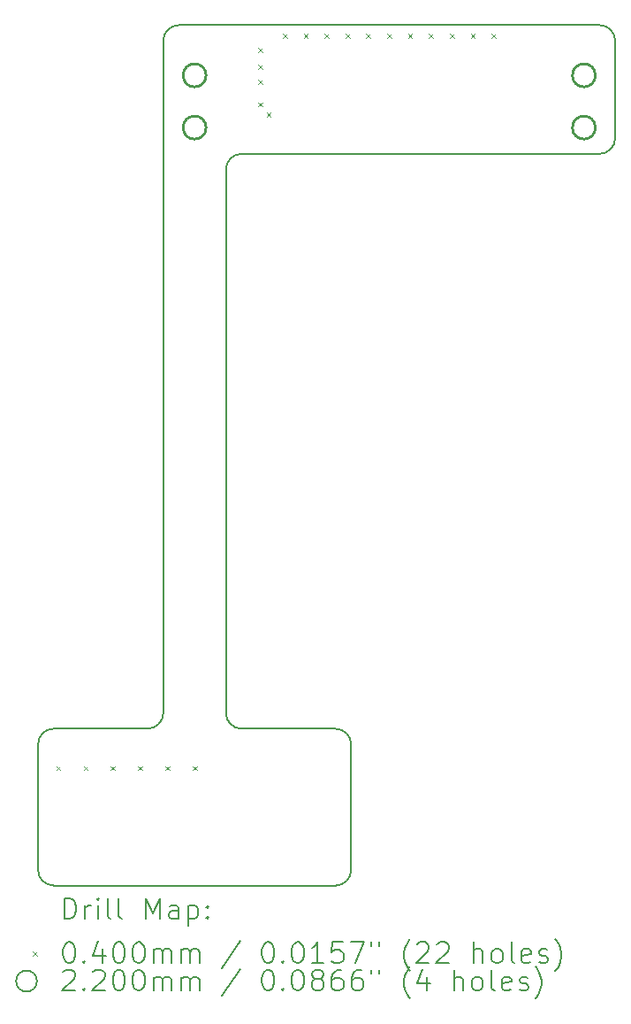
<source format=gbr>
%TF.GenerationSoftware,KiCad,Pcbnew,7.0.7*%
%TF.CreationDate,2024-12-02T13:55:25+01:00*%
%TF.ProjectId,Finger_FSR_V1_height,46696e67-6572-45f4-9653-525f56315f68,rev?*%
%TF.SameCoordinates,Original*%
%TF.FileFunction,Drillmap*%
%TF.FilePolarity,Positive*%
%FSLAX45Y45*%
G04 Gerber Fmt 4.5, Leading zero omitted, Abs format (unit mm)*
G04 Created by KiCad (PCBNEW 7.0.7) date 2024-12-02 13:55:25*
%MOMM*%
%LPD*%
G01*
G04 APERTURE LIST*
%ADD10C,0.200000*%
%ADD11C,0.040000*%
%ADD12C,0.220000*%
G04 APERTURE END LIST*
D10*
X13115000Y-13765000D02*
G75*
G03*
X12965000Y-13615000I-150000J0D01*
G01*
X12065000Y-8115000D02*
G75*
G03*
X11915000Y-8265000I0J-150000D01*
G01*
X10265000Y-13615000D02*
G75*
G03*
X10115000Y-13765000I0J-150000D01*
G01*
X10115000Y-14965000D02*
G75*
G03*
X10265000Y-15115000I150000J0D01*
G01*
X10265000Y-15115000D02*
X12965000Y-15115000D01*
X13115000Y-14965000D02*
X13115000Y-13765000D01*
X11165000Y-13615000D02*
G75*
G03*
X11315000Y-13465000I0J150000D01*
G01*
X15645000Y-7035000D02*
G75*
G03*
X15495000Y-6885000I-150000J0D01*
G01*
X11165000Y-13615000D02*
X10265000Y-13615000D01*
X11315000Y-7035000D02*
X11315000Y-13465000D01*
X10115000Y-13765000D02*
X10115000Y-14965000D01*
X11465000Y-6885000D02*
G75*
G03*
X11315000Y-7035000I0J-150000D01*
G01*
X15645000Y-7965000D02*
X15645000Y-7035000D01*
X15495000Y-8115000D02*
G75*
G03*
X15645000Y-7965000I0J150000D01*
G01*
X12065000Y-8115000D02*
X15495000Y-8115000D01*
X12965000Y-13615000D02*
X12065000Y-13615000D01*
X11915000Y-13465000D02*
X11915000Y-8265000D01*
X15495000Y-6885000D02*
X11465000Y-6885000D01*
X12965000Y-15115000D02*
G75*
G03*
X13115000Y-14965000I0J150000D01*
G01*
X11915000Y-13465000D02*
G75*
G03*
X12065000Y-13615000I150000J0D01*
G01*
D11*
X10290833Y-13974000D02*
X10330833Y-14014000D01*
X10330833Y-13974000D02*
X10290833Y-14014000D01*
X10551667Y-13974000D02*
X10591667Y-14014000D01*
X10591667Y-13974000D02*
X10551667Y-14014000D01*
X10812500Y-13974000D02*
X10852500Y-14014000D01*
X10852500Y-13974000D02*
X10812500Y-14014000D01*
X11073333Y-13974000D02*
X11113333Y-14014000D01*
X11113333Y-13974000D02*
X11073333Y-14014000D01*
X11334166Y-13974000D02*
X11374166Y-14014000D01*
X11374166Y-13974000D02*
X11334166Y-14014000D01*
X11595000Y-13974000D02*
X11635000Y-14014000D01*
X11635000Y-13974000D02*
X11595000Y-14014000D01*
X12223000Y-7103500D02*
X12263000Y-7143500D01*
X12263000Y-7103500D02*
X12223000Y-7143500D01*
X12223000Y-7262000D02*
X12263000Y-7302000D01*
X12263000Y-7262000D02*
X12223000Y-7302000D01*
X12223000Y-7409000D02*
X12263000Y-7449000D01*
X12263000Y-7409000D02*
X12223000Y-7449000D01*
X12223000Y-7624000D02*
X12263000Y-7664000D01*
X12263000Y-7624000D02*
X12223000Y-7664000D01*
X12305000Y-7720000D02*
X12345000Y-7760000D01*
X12345000Y-7720000D02*
X12305000Y-7760000D01*
X12460000Y-6970000D02*
X12500000Y-7010000D01*
X12500000Y-6970000D02*
X12460000Y-7010000D01*
X12660000Y-6970000D02*
X12700000Y-7010000D01*
X12700000Y-6970000D02*
X12660000Y-7010000D01*
X12860000Y-6970000D02*
X12900000Y-7010000D01*
X12900000Y-6970000D02*
X12860000Y-7010000D01*
X13060000Y-6970000D02*
X13100000Y-7010000D01*
X13100000Y-6970000D02*
X13060000Y-7010000D01*
X13260000Y-6970000D02*
X13300000Y-7010000D01*
X13300000Y-6970000D02*
X13260000Y-7010000D01*
X13460000Y-6970000D02*
X13500000Y-7010000D01*
X13500000Y-6970000D02*
X13460000Y-7010000D01*
X13660000Y-6970000D02*
X13700000Y-7010000D01*
X13700000Y-6970000D02*
X13660000Y-7010000D01*
X13860000Y-6970000D02*
X13900000Y-7010000D01*
X13900000Y-6970000D02*
X13860000Y-7010000D01*
X14060000Y-6970000D02*
X14100000Y-7010000D01*
X14100000Y-6970000D02*
X14060000Y-7010000D01*
X14260000Y-6970000D02*
X14300000Y-7010000D01*
X14300000Y-6970000D02*
X14260000Y-7010000D01*
X14460000Y-6970000D02*
X14500000Y-7010000D01*
X14500000Y-6970000D02*
X14460000Y-7010000D01*
D12*
X11725000Y-7365000D02*
G75*
G03*
X11725000Y-7365000I-110000J0D01*
G01*
X11725000Y-7865000D02*
G75*
G03*
X11725000Y-7865000I-110000J0D01*
G01*
X15455000Y-7365000D02*
G75*
G03*
X15455000Y-7365000I-110000J0D01*
G01*
X15455000Y-7865000D02*
G75*
G03*
X15455000Y-7865000I-110000J0D01*
G01*
D10*
X10365777Y-15436484D02*
X10365777Y-15236484D01*
X10365777Y-15236484D02*
X10413396Y-15236484D01*
X10413396Y-15236484D02*
X10441967Y-15246008D01*
X10441967Y-15246008D02*
X10461015Y-15265055D01*
X10461015Y-15265055D02*
X10470539Y-15284103D01*
X10470539Y-15284103D02*
X10480063Y-15322198D01*
X10480063Y-15322198D02*
X10480063Y-15350769D01*
X10480063Y-15350769D02*
X10470539Y-15388865D01*
X10470539Y-15388865D02*
X10461015Y-15407912D01*
X10461015Y-15407912D02*
X10441967Y-15426960D01*
X10441967Y-15426960D02*
X10413396Y-15436484D01*
X10413396Y-15436484D02*
X10365777Y-15436484D01*
X10565777Y-15436484D02*
X10565777Y-15303150D01*
X10565777Y-15341246D02*
X10575301Y-15322198D01*
X10575301Y-15322198D02*
X10584824Y-15312674D01*
X10584824Y-15312674D02*
X10603872Y-15303150D01*
X10603872Y-15303150D02*
X10622920Y-15303150D01*
X10689586Y-15436484D02*
X10689586Y-15303150D01*
X10689586Y-15236484D02*
X10680063Y-15246008D01*
X10680063Y-15246008D02*
X10689586Y-15255531D01*
X10689586Y-15255531D02*
X10699110Y-15246008D01*
X10699110Y-15246008D02*
X10689586Y-15236484D01*
X10689586Y-15236484D02*
X10689586Y-15255531D01*
X10813396Y-15436484D02*
X10794348Y-15426960D01*
X10794348Y-15426960D02*
X10784824Y-15407912D01*
X10784824Y-15407912D02*
X10784824Y-15236484D01*
X10918158Y-15436484D02*
X10899110Y-15426960D01*
X10899110Y-15426960D02*
X10889586Y-15407912D01*
X10889586Y-15407912D02*
X10889586Y-15236484D01*
X11146729Y-15436484D02*
X11146729Y-15236484D01*
X11146729Y-15236484D02*
X11213396Y-15379341D01*
X11213396Y-15379341D02*
X11280062Y-15236484D01*
X11280062Y-15236484D02*
X11280062Y-15436484D01*
X11461015Y-15436484D02*
X11461015Y-15331722D01*
X11461015Y-15331722D02*
X11451491Y-15312674D01*
X11451491Y-15312674D02*
X11432443Y-15303150D01*
X11432443Y-15303150D02*
X11394348Y-15303150D01*
X11394348Y-15303150D02*
X11375301Y-15312674D01*
X11461015Y-15426960D02*
X11441967Y-15436484D01*
X11441967Y-15436484D02*
X11394348Y-15436484D01*
X11394348Y-15436484D02*
X11375301Y-15426960D01*
X11375301Y-15426960D02*
X11365777Y-15407912D01*
X11365777Y-15407912D02*
X11365777Y-15388865D01*
X11365777Y-15388865D02*
X11375301Y-15369817D01*
X11375301Y-15369817D02*
X11394348Y-15360293D01*
X11394348Y-15360293D02*
X11441967Y-15360293D01*
X11441967Y-15360293D02*
X11461015Y-15350769D01*
X11556253Y-15303150D02*
X11556253Y-15503150D01*
X11556253Y-15312674D02*
X11575301Y-15303150D01*
X11575301Y-15303150D02*
X11613396Y-15303150D01*
X11613396Y-15303150D02*
X11632443Y-15312674D01*
X11632443Y-15312674D02*
X11641967Y-15322198D01*
X11641967Y-15322198D02*
X11651491Y-15341246D01*
X11651491Y-15341246D02*
X11651491Y-15398388D01*
X11651491Y-15398388D02*
X11641967Y-15417436D01*
X11641967Y-15417436D02*
X11632443Y-15426960D01*
X11632443Y-15426960D02*
X11613396Y-15436484D01*
X11613396Y-15436484D02*
X11575301Y-15436484D01*
X11575301Y-15436484D02*
X11556253Y-15426960D01*
X11737205Y-15417436D02*
X11746729Y-15426960D01*
X11746729Y-15426960D02*
X11737205Y-15436484D01*
X11737205Y-15436484D02*
X11727682Y-15426960D01*
X11727682Y-15426960D02*
X11737205Y-15417436D01*
X11737205Y-15417436D02*
X11737205Y-15436484D01*
X11737205Y-15312674D02*
X11746729Y-15322198D01*
X11746729Y-15322198D02*
X11737205Y-15331722D01*
X11737205Y-15331722D02*
X11727682Y-15322198D01*
X11727682Y-15322198D02*
X11737205Y-15312674D01*
X11737205Y-15312674D02*
X11737205Y-15331722D01*
D11*
X10065000Y-15745000D02*
X10105000Y-15785000D01*
X10105000Y-15745000D02*
X10065000Y-15785000D01*
D10*
X10403872Y-15656484D02*
X10422920Y-15656484D01*
X10422920Y-15656484D02*
X10441967Y-15666008D01*
X10441967Y-15666008D02*
X10451491Y-15675531D01*
X10451491Y-15675531D02*
X10461015Y-15694579D01*
X10461015Y-15694579D02*
X10470539Y-15732674D01*
X10470539Y-15732674D02*
X10470539Y-15780293D01*
X10470539Y-15780293D02*
X10461015Y-15818388D01*
X10461015Y-15818388D02*
X10451491Y-15837436D01*
X10451491Y-15837436D02*
X10441967Y-15846960D01*
X10441967Y-15846960D02*
X10422920Y-15856484D01*
X10422920Y-15856484D02*
X10403872Y-15856484D01*
X10403872Y-15856484D02*
X10384824Y-15846960D01*
X10384824Y-15846960D02*
X10375301Y-15837436D01*
X10375301Y-15837436D02*
X10365777Y-15818388D01*
X10365777Y-15818388D02*
X10356253Y-15780293D01*
X10356253Y-15780293D02*
X10356253Y-15732674D01*
X10356253Y-15732674D02*
X10365777Y-15694579D01*
X10365777Y-15694579D02*
X10375301Y-15675531D01*
X10375301Y-15675531D02*
X10384824Y-15666008D01*
X10384824Y-15666008D02*
X10403872Y-15656484D01*
X10556253Y-15837436D02*
X10565777Y-15846960D01*
X10565777Y-15846960D02*
X10556253Y-15856484D01*
X10556253Y-15856484D02*
X10546729Y-15846960D01*
X10546729Y-15846960D02*
X10556253Y-15837436D01*
X10556253Y-15837436D02*
X10556253Y-15856484D01*
X10737205Y-15723150D02*
X10737205Y-15856484D01*
X10689586Y-15646960D02*
X10641967Y-15789817D01*
X10641967Y-15789817D02*
X10765777Y-15789817D01*
X10880063Y-15656484D02*
X10899110Y-15656484D01*
X10899110Y-15656484D02*
X10918158Y-15666008D01*
X10918158Y-15666008D02*
X10927682Y-15675531D01*
X10927682Y-15675531D02*
X10937205Y-15694579D01*
X10937205Y-15694579D02*
X10946729Y-15732674D01*
X10946729Y-15732674D02*
X10946729Y-15780293D01*
X10946729Y-15780293D02*
X10937205Y-15818388D01*
X10937205Y-15818388D02*
X10927682Y-15837436D01*
X10927682Y-15837436D02*
X10918158Y-15846960D01*
X10918158Y-15846960D02*
X10899110Y-15856484D01*
X10899110Y-15856484D02*
X10880063Y-15856484D01*
X10880063Y-15856484D02*
X10861015Y-15846960D01*
X10861015Y-15846960D02*
X10851491Y-15837436D01*
X10851491Y-15837436D02*
X10841967Y-15818388D01*
X10841967Y-15818388D02*
X10832444Y-15780293D01*
X10832444Y-15780293D02*
X10832444Y-15732674D01*
X10832444Y-15732674D02*
X10841967Y-15694579D01*
X10841967Y-15694579D02*
X10851491Y-15675531D01*
X10851491Y-15675531D02*
X10861015Y-15666008D01*
X10861015Y-15666008D02*
X10880063Y-15656484D01*
X11070539Y-15656484D02*
X11089586Y-15656484D01*
X11089586Y-15656484D02*
X11108634Y-15666008D01*
X11108634Y-15666008D02*
X11118158Y-15675531D01*
X11118158Y-15675531D02*
X11127682Y-15694579D01*
X11127682Y-15694579D02*
X11137205Y-15732674D01*
X11137205Y-15732674D02*
X11137205Y-15780293D01*
X11137205Y-15780293D02*
X11127682Y-15818388D01*
X11127682Y-15818388D02*
X11118158Y-15837436D01*
X11118158Y-15837436D02*
X11108634Y-15846960D01*
X11108634Y-15846960D02*
X11089586Y-15856484D01*
X11089586Y-15856484D02*
X11070539Y-15856484D01*
X11070539Y-15856484D02*
X11051491Y-15846960D01*
X11051491Y-15846960D02*
X11041967Y-15837436D01*
X11041967Y-15837436D02*
X11032444Y-15818388D01*
X11032444Y-15818388D02*
X11022920Y-15780293D01*
X11022920Y-15780293D02*
X11022920Y-15732674D01*
X11022920Y-15732674D02*
X11032444Y-15694579D01*
X11032444Y-15694579D02*
X11041967Y-15675531D01*
X11041967Y-15675531D02*
X11051491Y-15666008D01*
X11051491Y-15666008D02*
X11070539Y-15656484D01*
X11222920Y-15856484D02*
X11222920Y-15723150D01*
X11222920Y-15742198D02*
X11232443Y-15732674D01*
X11232443Y-15732674D02*
X11251491Y-15723150D01*
X11251491Y-15723150D02*
X11280063Y-15723150D01*
X11280063Y-15723150D02*
X11299110Y-15732674D01*
X11299110Y-15732674D02*
X11308634Y-15751722D01*
X11308634Y-15751722D02*
X11308634Y-15856484D01*
X11308634Y-15751722D02*
X11318158Y-15732674D01*
X11318158Y-15732674D02*
X11337205Y-15723150D01*
X11337205Y-15723150D02*
X11365777Y-15723150D01*
X11365777Y-15723150D02*
X11384824Y-15732674D01*
X11384824Y-15732674D02*
X11394348Y-15751722D01*
X11394348Y-15751722D02*
X11394348Y-15856484D01*
X11489586Y-15856484D02*
X11489586Y-15723150D01*
X11489586Y-15742198D02*
X11499110Y-15732674D01*
X11499110Y-15732674D02*
X11518158Y-15723150D01*
X11518158Y-15723150D02*
X11546729Y-15723150D01*
X11546729Y-15723150D02*
X11565777Y-15732674D01*
X11565777Y-15732674D02*
X11575301Y-15751722D01*
X11575301Y-15751722D02*
X11575301Y-15856484D01*
X11575301Y-15751722D02*
X11584824Y-15732674D01*
X11584824Y-15732674D02*
X11603872Y-15723150D01*
X11603872Y-15723150D02*
X11632443Y-15723150D01*
X11632443Y-15723150D02*
X11651491Y-15732674D01*
X11651491Y-15732674D02*
X11661015Y-15751722D01*
X11661015Y-15751722D02*
X11661015Y-15856484D01*
X12051491Y-15646960D02*
X11880063Y-15904103D01*
X12308634Y-15656484D02*
X12327682Y-15656484D01*
X12327682Y-15656484D02*
X12346729Y-15666008D01*
X12346729Y-15666008D02*
X12356253Y-15675531D01*
X12356253Y-15675531D02*
X12365777Y-15694579D01*
X12365777Y-15694579D02*
X12375301Y-15732674D01*
X12375301Y-15732674D02*
X12375301Y-15780293D01*
X12375301Y-15780293D02*
X12365777Y-15818388D01*
X12365777Y-15818388D02*
X12356253Y-15837436D01*
X12356253Y-15837436D02*
X12346729Y-15846960D01*
X12346729Y-15846960D02*
X12327682Y-15856484D01*
X12327682Y-15856484D02*
X12308634Y-15856484D01*
X12308634Y-15856484D02*
X12289586Y-15846960D01*
X12289586Y-15846960D02*
X12280063Y-15837436D01*
X12280063Y-15837436D02*
X12270539Y-15818388D01*
X12270539Y-15818388D02*
X12261015Y-15780293D01*
X12261015Y-15780293D02*
X12261015Y-15732674D01*
X12261015Y-15732674D02*
X12270539Y-15694579D01*
X12270539Y-15694579D02*
X12280063Y-15675531D01*
X12280063Y-15675531D02*
X12289586Y-15666008D01*
X12289586Y-15666008D02*
X12308634Y-15656484D01*
X12461015Y-15837436D02*
X12470539Y-15846960D01*
X12470539Y-15846960D02*
X12461015Y-15856484D01*
X12461015Y-15856484D02*
X12451491Y-15846960D01*
X12451491Y-15846960D02*
X12461015Y-15837436D01*
X12461015Y-15837436D02*
X12461015Y-15856484D01*
X12594348Y-15656484D02*
X12613396Y-15656484D01*
X12613396Y-15656484D02*
X12632444Y-15666008D01*
X12632444Y-15666008D02*
X12641967Y-15675531D01*
X12641967Y-15675531D02*
X12651491Y-15694579D01*
X12651491Y-15694579D02*
X12661015Y-15732674D01*
X12661015Y-15732674D02*
X12661015Y-15780293D01*
X12661015Y-15780293D02*
X12651491Y-15818388D01*
X12651491Y-15818388D02*
X12641967Y-15837436D01*
X12641967Y-15837436D02*
X12632444Y-15846960D01*
X12632444Y-15846960D02*
X12613396Y-15856484D01*
X12613396Y-15856484D02*
X12594348Y-15856484D01*
X12594348Y-15856484D02*
X12575301Y-15846960D01*
X12575301Y-15846960D02*
X12565777Y-15837436D01*
X12565777Y-15837436D02*
X12556253Y-15818388D01*
X12556253Y-15818388D02*
X12546729Y-15780293D01*
X12546729Y-15780293D02*
X12546729Y-15732674D01*
X12546729Y-15732674D02*
X12556253Y-15694579D01*
X12556253Y-15694579D02*
X12565777Y-15675531D01*
X12565777Y-15675531D02*
X12575301Y-15666008D01*
X12575301Y-15666008D02*
X12594348Y-15656484D01*
X12851491Y-15856484D02*
X12737206Y-15856484D01*
X12794348Y-15856484D02*
X12794348Y-15656484D01*
X12794348Y-15656484D02*
X12775301Y-15685055D01*
X12775301Y-15685055D02*
X12756253Y-15704103D01*
X12756253Y-15704103D02*
X12737206Y-15713627D01*
X13032444Y-15656484D02*
X12937206Y-15656484D01*
X12937206Y-15656484D02*
X12927682Y-15751722D01*
X12927682Y-15751722D02*
X12937206Y-15742198D01*
X12937206Y-15742198D02*
X12956253Y-15732674D01*
X12956253Y-15732674D02*
X13003872Y-15732674D01*
X13003872Y-15732674D02*
X13022920Y-15742198D01*
X13022920Y-15742198D02*
X13032444Y-15751722D01*
X13032444Y-15751722D02*
X13041967Y-15770769D01*
X13041967Y-15770769D02*
X13041967Y-15818388D01*
X13041967Y-15818388D02*
X13032444Y-15837436D01*
X13032444Y-15837436D02*
X13022920Y-15846960D01*
X13022920Y-15846960D02*
X13003872Y-15856484D01*
X13003872Y-15856484D02*
X12956253Y-15856484D01*
X12956253Y-15856484D02*
X12937206Y-15846960D01*
X12937206Y-15846960D02*
X12927682Y-15837436D01*
X13108634Y-15656484D02*
X13241967Y-15656484D01*
X13241967Y-15656484D02*
X13156253Y-15856484D01*
X13308634Y-15656484D02*
X13308634Y-15694579D01*
X13384825Y-15656484D02*
X13384825Y-15694579D01*
X13680063Y-15932674D02*
X13670539Y-15923150D01*
X13670539Y-15923150D02*
X13651491Y-15894579D01*
X13651491Y-15894579D02*
X13641968Y-15875531D01*
X13641968Y-15875531D02*
X13632444Y-15846960D01*
X13632444Y-15846960D02*
X13622920Y-15799341D01*
X13622920Y-15799341D02*
X13622920Y-15761246D01*
X13622920Y-15761246D02*
X13632444Y-15713627D01*
X13632444Y-15713627D02*
X13641968Y-15685055D01*
X13641968Y-15685055D02*
X13651491Y-15666008D01*
X13651491Y-15666008D02*
X13670539Y-15637436D01*
X13670539Y-15637436D02*
X13680063Y-15627912D01*
X13746729Y-15675531D02*
X13756253Y-15666008D01*
X13756253Y-15666008D02*
X13775301Y-15656484D01*
X13775301Y-15656484D02*
X13822920Y-15656484D01*
X13822920Y-15656484D02*
X13841968Y-15666008D01*
X13841968Y-15666008D02*
X13851491Y-15675531D01*
X13851491Y-15675531D02*
X13861015Y-15694579D01*
X13861015Y-15694579D02*
X13861015Y-15713627D01*
X13861015Y-15713627D02*
X13851491Y-15742198D01*
X13851491Y-15742198D02*
X13737206Y-15856484D01*
X13737206Y-15856484D02*
X13861015Y-15856484D01*
X13937206Y-15675531D02*
X13946729Y-15666008D01*
X13946729Y-15666008D02*
X13965777Y-15656484D01*
X13965777Y-15656484D02*
X14013396Y-15656484D01*
X14013396Y-15656484D02*
X14032444Y-15666008D01*
X14032444Y-15666008D02*
X14041968Y-15675531D01*
X14041968Y-15675531D02*
X14051491Y-15694579D01*
X14051491Y-15694579D02*
X14051491Y-15713627D01*
X14051491Y-15713627D02*
X14041968Y-15742198D01*
X14041968Y-15742198D02*
X13927682Y-15856484D01*
X13927682Y-15856484D02*
X14051491Y-15856484D01*
X14289587Y-15856484D02*
X14289587Y-15656484D01*
X14375301Y-15856484D02*
X14375301Y-15751722D01*
X14375301Y-15751722D02*
X14365777Y-15732674D01*
X14365777Y-15732674D02*
X14346730Y-15723150D01*
X14346730Y-15723150D02*
X14318158Y-15723150D01*
X14318158Y-15723150D02*
X14299110Y-15732674D01*
X14299110Y-15732674D02*
X14289587Y-15742198D01*
X14499110Y-15856484D02*
X14480063Y-15846960D01*
X14480063Y-15846960D02*
X14470539Y-15837436D01*
X14470539Y-15837436D02*
X14461015Y-15818388D01*
X14461015Y-15818388D02*
X14461015Y-15761246D01*
X14461015Y-15761246D02*
X14470539Y-15742198D01*
X14470539Y-15742198D02*
X14480063Y-15732674D01*
X14480063Y-15732674D02*
X14499110Y-15723150D01*
X14499110Y-15723150D02*
X14527682Y-15723150D01*
X14527682Y-15723150D02*
X14546730Y-15732674D01*
X14546730Y-15732674D02*
X14556253Y-15742198D01*
X14556253Y-15742198D02*
X14565777Y-15761246D01*
X14565777Y-15761246D02*
X14565777Y-15818388D01*
X14565777Y-15818388D02*
X14556253Y-15837436D01*
X14556253Y-15837436D02*
X14546730Y-15846960D01*
X14546730Y-15846960D02*
X14527682Y-15856484D01*
X14527682Y-15856484D02*
X14499110Y-15856484D01*
X14680063Y-15856484D02*
X14661015Y-15846960D01*
X14661015Y-15846960D02*
X14651491Y-15827912D01*
X14651491Y-15827912D02*
X14651491Y-15656484D01*
X14832444Y-15846960D02*
X14813396Y-15856484D01*
X14813396Y-15856484D02*
X14775301Y-15856484D01*
X14775301Y-15856484D02*
X14756253Y-15846960D01*
X14756253Y-15846960D02*
X14746730Y-15827912D01*
X14746730Y-15827912D02*
X14746730Y-15751722D01*
X14746730Y-15751722D02*
X14756253Y-15732674D01*
X14756253Y-15732674D02*
X14775301Y-15723150D01*
X14775301Y-15723150D02*
X14813396Y-15723150D01*
X14813396Y-15723150D02*
X14832444Y-15732674D01*
X14832444Y-15732674D02*
X14841968Y-15751722D01*
X14841968Y-15751722D02*
X14841968Y-15770769D01*
X14841968Y-15770769D02*
X14746730Y-15789817D01*
X14918158Y-15846960D02*
X14937206Y-15856484D01*
X14937206Y-15856484D02*
X14975301Y-15856484D01*
X14975301Y-15856484D02*
X14994349Y-15846960D01*
X14994349Y-15846960D02*
X15003872Y-15827912D01*
X15003872Y-15827912D02*
X15003872Y-15818388D01*
X15003872Y-15818388D02*
X14994349Y-15799341D01*
X14994349Y-15799341D02*
X14975301Y-15789817D01*
X14975301Y-15789817D02*
X14946730Y-15789817D01*
X14946730Y-15789817D02*
X14927682Y-15780293D01*
X14927682Y-15780293D02*
X14918158Y-15761246D01*
X14918158Y-15761246D02*
X14918158Y-15751722D01*
X14918158Y-15751722D02*
X14927682Y-15732674D01*
X14927682Y-15732674D02*
X14946730Y-15723150D01*
X14946730Y-15723150D02*
X14975301Y-15723150D01*
X14975301Y-15723150D02*
X14994349Y-15732674D01*
X15070539Y-15932674D02*
X15080063Y-15923150D01*
X15080063Y-15923150D02*
X15099111Y-15894579D01*
X15099111Y-15894579D02*
X15108634Y-15875531D01*
X15108634Y-15875531D02*
X15118158Y-15846960D01*
X15118158Y-15846960D02*
X15127682Y-15799341D01*
X15127682Y-15799341D02*
X15127682Y-15761246D01*
X15127682Y-15761246D02*
X15118158Y-15713627D01*
X15118158Y-15713627D02*
X15108634Y-15685055D01*
X15108634Y-15685055D02*
X15099111Y-15666008D01*
X15099111Y-15666008D02*
X15080063Y-15637436D01*
X15080063Y-15637436D02*
X15070539Y-15627912D01*
X10105000Y-16029000D02*
G75*
G03*
X10105000Y-16029000I-100000J0D01*
G01*
X10356253Y-15939531D02*
X10365777Y-15930008D01*
X10365777Y-15930008D02*
X10384824Y-15920484D01*
X10384824Y-15920484D02*
X10432444Y-15920484D01*
X10432444Y-15920484D02*
X10451491Y-15930008D01*
X10451491Y-15930008D02*
X10461015Y-15939531D01*
X10461015Y-15939531D02*
X10470539Y-15958579D01*
X10470539Y-15958579D02*
X10470539Y-15977627D01*
X10470539Y-15977627D02*
X10461015Y-16006198D01*
X10461015Y-16006198D02*
X10346729Y-16120484D01*
X10346729Y-16120484D02*
X10470539Y-16120484D01*
X10556253Y-16101436D02*
X10565777Y-16110960D01*
X10565777Y-16110960D02*
X10556253Y-16120484D01*
X10556253Y-16120484D02*
X10546729Y-16110960D01*
X10546729Y-16110960D02*
X10556253Y-16101436D01*
X10556253Y-16101436D02*
X10556253Y-16120484D01*
X10641967Y-15939531D02*
X10651491Y-15930008D01*
X10651491Y-15930008D02*
X10670539Y-15920484D01*
X10670539Y-15920484D02*
X10718158Y-15920484D01*
X10718158Y-15920484D02*
X10737205Y-15930008D01*
X10737205Y-15930008D02*
X10746729Y-15939531D01*
X10746729Y-15939531D02*
X10756253Y-15958579D01*
X10756253Y-15958579D02*
X10756253Y-15977627D01*
X10756253Y-15977627D02*
X10746729Y-16006198D01*
X10746729Y-16006198D02*
X10632444Y-16120484D01*
X10632444Y-16120484D02*
X10756253Y-16120484D01*
X10880063Y-15920484D02*
X10899110Y-15920484D01*
X10899110Y-15920484D02*
X10918158Y-15930008D01*
X10918158Y-15930008D02*
X10927682Y-15939531D01*
X10927682Y-15939531D02*
X10937205Y-15958579D01*
X10937205Y-15958579D02*
X10946729Y-15996674D01*
X10946729Y-15996674D02*
X10946729Y-16044293D01*
X10946729Y-16044293D02*
X10937205Y-16082388D01*
X10937205Y-16082388D02*
X10927682Y-16101436D01*
X10927682Y-16101436D02*
X10918158Y-16110960D01*
X10918158Y-16110960D02*
X10899110Y-16120484D01*
X10899110Y-16120484D02*
X10880063Y-16120484D01*
X10880063Y-16120484D02*
X10861015Y-16110960D01*
X10861015Y-16110960D02*
X10851491Y-16101436D01*
X10851491Y-16101436D02*
X10841967Y-16082388D01*
X10841967Y-16082388D02*
X10832444Y-16044293D01*
X10832444Y-16044293D02*
X10832444Y-15996674D01*
X10832444Y-15996674D02*
X10841967Y-15958579D01*
X10841967Y-15958579D02*
X10851491Y-15939531D01*
X10851491Y-15939531D02*
X10861015Y-15930008D01*
X10861015Y-15930008D02*
X10880063Y-15920484D01*
X11070539Y-15920484D02*
X11089586Y-15920484D01*
X11089586Y-15920484D02*
X11108634Y-15930008D01*
X11108634Y-15930008D02*
X11118158Y-15939531D01*
X11118158Y-15939531D02*
X11127682Y-15958579D01*
X11127682Y-15958579D02*
X11137205Y-15996674D01*
X11137205Y-15996674D02*
X11137205Y-16044293D01*
X11137205Y-16044293D02*
X11127682Y-16082388D01*
X11127682Y-16082388D02*
X11118158Y-16101436D01*
X11118158Y-16101436D02*
X11108634Y-16110960D01*
X11108634Y-16110960D02*
X11089586Y-16120484D01*
X11089586Y-16120484D02*
X11070539Y-16120484D01*
X11070539Y-16120484D02*
X11051491Y-16110960D01*
X11051491Y-16110960D02*
X11041967Y-16101436D01*
X11041967Y-16101436D02*
X11032444Y-16082388D01*
X11032444Y-16082388D02*
X11022920Y-16044293D01*
X11022920Y-16044293D02*
X11022920Y-15996674D01*
X11022920Y-15996674D02*
X11032444Y-15958579D01*
X11032444Y-15958579D02*
X11041967Y-15939531D01*
X11041967Y-15939531D02*
X11051491Y-15930008D01*
X11051491Y-15930008D02*
X11070539Y-15920484D01*
X11222920Y-16120484D02*
X11222920Y-15987150D01*
X11222920Y-16006198D02*
X11232443Y-15996674D01*
X11232443Y-15996674D02*
X11251491Y-15987150D01*
X11251491Y-15987150D02*
X11280063Y-15987150D01*
X11280063Y-15987150D02*
X11299110Y-15996674D01*
X11299110Y-15996674D02*
X11308634Y-16015722D01*
X11308634Y-16015722D02*
X11308634Y-16120484D01*
X11308634Y-16015722D02*
X11318158Y-15996674D01*
X11318158Y-15996674D02*
X11337205Y-15987150D01*
X11337205Y-15987150D02*
X11365777Y-15987150D01*
X11365777Y-15987150D02*
X11384824Y-15996674D01*
X11384824Y-15996674D02*
X11394348Y-16015722D01*
X11394348Y-16015722D02*
X11394348Y-16120484D01*
X11489586Y-16120484D02*
X11489586Y-15987150D01*
X11489586Y-16006198D02*
X11499110Y-15996674D01*
X11499110Y-15996674D02*
X11518158Y-15987150D01*
X11518158Y-15987150D02*
X11546729Y-15987150D01*
X11546729Y-15987150D02*
X11565777Y-15996674D01*
X11565777Y-15996674D02*
X11575301Y-16015722D01*
X11575301Y-16015722D02*
X11575301Y-16120484D01*
X11575301Y-16015722D02*
X11584824Y-15996674D01*
X11584824Y-15996674D02*
X11603872Y-15987150D01*
X11603872Y-15987150D02*
X11632443Y-15987150D01*
X11632443Y-15987150D02*
X11651491Y-15996674D01*
X11651491Y-15996674D02*
X11661015Y-16015722D01*
X11661015Y-16015722D02*
X11661015Y-16120484D01*
X12051491Y-15910960D02*
X11880063Y-16168103D01*
X12308634Y-15920484D02*
X12327682Y-15920484D01*
X12327682Y-15920484D02*
X12346729Y-15930008D01*
X12346729Y-15930008D02*
X12356253Y-15939531D01*
X12356253Y-15939531D02*
X12365777Y-15958579D01*
X12365777Y-15958579D02*
X12375301Y-15996674D01*
X12375301Y-15996674D02*
X12375301Y-16044293D01*
X12375301Y-16044293D02*
X12365777Y-16082388D01*
X12365777Y-16082388D02*
X12356253Y-16101436D01*
X12356253Y-16101436D02*
X12346729Y-16110960D01*
X12346729Y-16110960D02*
X12327682Y-16120484D01*
X12327682Y-16120484D02*
X12308634Y-16120484D01*
X12308634Y-16120484D02*
X12289586Y-16110960D01*
X12289586Y-16110960D02*
X12280063Y-16101436D01*
X12280063Y-16101436D02*
X12270539Y-16082388D01*
X12270539Y-16082388D02*
X12261015Y-16044293D01*
X12261015Y-16044293D02*
X12261015Y-15996674D01*
X12261015Y-15996674D02*
X12270539Y-15958579D01*
X12270539Y-15958579D02*
X12280063Y-15939531D01*
X12280063Y-15939531D02*
X12289586Y-15930008D01*
X12289586Y-15930008D02*
X12308634Y-15920484D01*
X12461015Y-16101436D02*
X12470539Y-16110960D01*
X12470539Y-16110960D02*
X12461015Y-16120484D01*
X12461015Y-16120484D02*
X12451491Y-16110960D01*
X12451491Y-16110960D02*
X12461015Y-16101436D01*
X12461015Y-16101436D02*
X12461015Y-16120484D01*
X12594348Y-15920484D02*
X12613396Y-15920484D01*
X12613396Y-15920484D02*
X12632444Y-15930008D01*
X12632444Y-15930008D02*
X12641967Y-15939531D01*
X12641967Y-15939531D02*
X12651491Y-15958579D01*
X12651491Y-15958579D02*
X12661015Y-15996674D01*
X12661015Y-15996674D02*
X12661015Y-16044293D01*
X12661015Y-16044293D02*
X12651491Y-16082388D01*
X12651491Y-16082388D02*
X12641967Y-16101436D01*
X12641967Y-16101436D02*
X12632444Y-16110960D01*
X12632444Y-16110960D02*
X12613396Y-16120484D01*
X12613396Y-16120484D02*
X12594348Y-16120484D01*
X12594348Y-16120484D02*
X12575301Y-16110960D01*
X12575301Y-16110960D02*
X12565777Y-16101436D01*
X12565777Y-16101436D02*
X12556253Y-16082388D01*
X12556253Y-16082388D02*
X12546729Y-16044293D01*
X12546729Y-16044293D02*
X12546729Y-15996674D01*
X12546729Y-15996674D02*
X12556253Y-15958579D01*
X12556253Y-15958579D02*
X12565777Y-15939531D01*
X12565777Y-15939531D02*
X12575301Y-15930008D01*
X12575301Y-15930008D02*
X12594348Y-15920484D01*
X12775301Y-16006198D02*
X12756253Y-15996674D01*
X12756253Y-15996674D02*
X12746729Y-15987150D01*
X12746729Y-15987150D02*
X12737206Y-15968103D01*
X12737206Y-15968103D02*
X12737206Y-15958579D01*
X12737206Y-15958579D02*
X12746729Y-15939531D01*
X12746729Y-15939531D02*
X12756253Y-15930008D01*
X12756253Y-15930008D02*
X12775301Y-15920484D01*
X12775301Y-15920484D02*
X12813396Y-15920484D01*
X12813396Y-15920484D02*
X12832444Y-15930008D01*
X12832444Y-15930008D02*
X12841967Y-15939531D01*
X12841967Y-15939531D02*
X12851491Y-15958579D01*
X12851491Y-15958579D02*
X12851491Y-15968103D01*
X12851491Y-15968103D02*
X12841967Y-15987150D01*
X12841967Y-15987150D02*
X12832444Y-15996674D01*
X12832444Y-15996674D02*
X12813396Y-16006198D01*
X12813396Y-16006198D02*
X12775301Y-16006198D01*
X12775301Y-16006198D02*
X12756253Y-16015722D01*
X12756253Y-16015722D02*
X12746729Y-16025246D01*
X12746729Y-16025246D02*
X12737206Y-16044293D01*
X12737206Y-16044293D02*
X12737206Y-16082388D01*
X12737206Y-16082388D02*
X12746729Y-16101436D01*
X12746729Y-16101436D02*
X12756253Y-16110960D01*
X12756253Y-16110960D02*
X12775301Y-16120484D01*
X12775301Y-16120484D02*
X12813396Y-16120484D01*
X12813396Y-16120484D02*
X12832444Y-16110960D01*
X12832444Y-16110960D02*
X12841967Y-16101436D01*
X12841967Y-16101436D02*
X12851491Y-16082388D01*
X12851491Y-16082388D02*
X12851491Y-16044293D01*
X12851491Y-16044293D02*
X12841967Y-16025246D01*
X12841967Y-16025246D02*
X12832444Y-16015722D01*
X12832444Y-16015722D02*
X12813396Y-16006198D01*
X13022920Y-15920484D02*
X12984825Y-15920484D01*
X12984825Y-15920484D02*
X12965777Y-15930008D01*
X12965777Y-15930008D02*
X12956253Y-15939531D01*
X12956253Y-15939531D02*
X12937206Y-15968103D01*
X12937206Y-15968103D02*
X12927682Y-16006198D01*
X12927682Y-16006198D02*
X12927682Y-16082388D01*
X12927682Y-16082388D02*
X12937206Y-16101436D01*
X12937206Y-16101436D02*
X12946729Y-16110960D01*
X12946729Y-16110960D02*
X12965777Y-16120484D01*
X12965777Y-16120484D02*
X13003872Y-16120484D01*
X13003872Y-16120484D02*
X13022920Y-16110960D01*
X13022920Y-16110960D02*
X13032444Y-16101436D01*
X13032444Y-16101436D02*
X13041967Y-16082388D01*
X13041967Y-16082388D02*
X13041967Y-16034769D01*
X13041967Y-16034769D02*
X13032444Y-16015722D01*
X13032444Y-16015722D02*
X13022920Y-16006198D01*
X13022920Y-16006198D02*
X13003872Y-15996674D01*
X13003872Y-15996674D02*
X12965777Y-15996674D01*
X12965777Y-15996674D02*
X12946729Y-16006198D01*
X12946729Y-16006198D02*
X12937206Y-16015722D01*
X12937206Y-16015722D02*
X12927682Y-16034769D01*
X13213396Y-15920484D02*
X13175301Y-15920484D01*
X13175301Y-15920484D02*
X13156253Y-15930008D01*
X13156253Y-15930008D02*
X13146729Y-15939531D01*
X13146729Y-15939531D02*
X13127682Y-15968103D01*
X13127682Y-15968103D02*
X13118158Y-16006198D01*
X13118158Y-16006198D02*
X13118158Y-16082388D01*
X13118158Y-16082388D02*
X13127682Y-16101436D01*
X13127682Y-16101436D02*
X13137206Y-16110960D01*
X13137206Y-16110960D02*
X13156253Y-16120484D01*
X13156253Y-16120484D02*
X13194348Y-16120484D01*
X13194348Y-16120484D02*
X13213396Y-16110960D01*
X13213396Y-16110960D02*
X13222920Y-16101436D01*
X13222920Y-16101436D02*
X13232444Y-16082388D01*
X13232444Y-16082388D02*
X13232444Y-16034769D01*
X13232444Y-16034769D02*
X13222920Y-16015722D01*
X13222920Y-16015722D02*
X13213396Y-16006198D01*
X13213396Y-16006198D02*
X13194348Y-15996674D01*
X13194348Y-15996674D02*
X13156253Y-15996674D01*
X13156253Y-15996674D02*
X13137206Y-16006198D01*
X13137206Y-16006198D02*
X13127682Y-16015722D01*
X13127682Y-16015722D02*
X13118158Y-16034769D01*
X13308634Y-15920484D02*
X13308634Y-15958579D01*
X13384825Y-15920484D02*
X13384825Y-15958579D01*
X13680063Y-16196674D02*
X13670539Y-16187150D01*
X13670539Y-16187150D02*
X13651491Y-16158579D01*
X13651491Y-16158579D02*
X13641968Y-16139531D01*
X13641968Y-16139531D02*
X13632444Y-16110960D01*
X13632444Y-16110960D02*
X13622920Y-16063341D01*
X13622920Y-16063341D02*
X13622920Y-16025246D01*
X13622920Y-16025246D02*
X13632444Y-15977627D01*
X13632444Y-15977627D02*
X13641968Y-15949055D01*
X13641968Y-15949055D02*
X13651491Y-15930008D01*
X13651491Y-15930008D02*
X13670539Y-15901436D01*
X13670539Y-15901436D02*
X13680063Y-15891912D01*
X13841968Y-15987150D02*
X13841968Y-16120484D01*
X13794348Y-15910960D02*
X13746729Y-16053817D01*
X13746729Y-16053817D02*
X13870539Y-16053817D01*
X14099110Y-16120484D02*
X14099110Y-15920484D01*
X14184825Y-16120484D02*
X14184825Y-16015722D01*
X14184825Y-16015722D02*
X14175301Y-15996674D01*
X14175301Y-15996674D02*
X14156253Y-15987150D01*
X14156253Y-15987150D02*
X14127682Y-15987150D01*
X14127682Y-15987150D02*
X14108634Y-15996674D01*
X14108634Y-15996674D02*
X14099110Y-16006198D01*
X14308634Y-16120484D02*
X14289587Y-16110960D01*
X14289587Y-16110960D02*
X14280063Y-16101436D01*
X14280063Y-16101436D02*
X14270539Y-16082388D01*
X14270539Y-16082388D02*
X14270539Y-16025246D01*
X14270539Y-16025246D02*
X14280063Y-16006198D01*
X14280063Y-16006198D02*
X14289587Y-15996674D01*
X14289587Y-15996674D02*
X14308634Y-15987150D01*
X14308634Y-15987150D02*
X14337206Y-15987150D01*
X14337206Y-15987150D02*
X14356253Y-15996674D01*
X14356253Y-15996674D02*
X14365777Y-16006198D01*
X14365777Y-16006198D02*
X14375301Y-16025246D01*
X14375301Y-16025246D02*
X14375301Y-16082388D01*
X14375301Y-16082388D02*
X14365777Y-16101436D01*
X14365777Y-16101436D02*
X14356253Y-16110960D01*
X14356253Y-16110960D02*
X14337206Y-16120484D01*
X14337206Y-16120484D02*
X14308634Y-16120484D01*
X14489587Y-16120484D02*
X14470539Y-16110960D01*
X14470539Y-16110960D02*
X14461015Y-16091912D01*
X14461015Y-16091912D02*
X14461015Y-15920484D01*
X14641968Y-16110960D02*
X14622920Y-16120484D01*
X14622920Y-16120484D02*
X14584825Y-16120484D01*
X14584825Y-16120484D02*
X14565777Y-16110960D01*
X14565777Y-16110960D02*
X14556253Y-16091912D01*
X14556253Y-16091912D02*
X14556253Y-16015722D01*
X14556253Y-16015722D02*
X14565777Y-15996674D01*
X14565777Y-15996674D02*
X14584825Y-15987150D01*
X14584825Y-15987150D02*
X14622920Y-15987150D01*
X14622920Y-15987150D02*
X14641968Y-15996674D01*
X14641968Y-15996674D02*
X14651491Y-16015722D01*
X14651491Y-16015722D02*
X14651491Y-16034769D01*
X14651491Y-16034769D02*
X14556253Y-16053817D01*
X14727682Y-16110960D02*
X14746730Y-16120484D01*
X14746730Y-16120484D02*
X14784825Y-16120484D01*
X14784825Y-16120484D02*
X14803872Y-16110960D01*
X14803872Y-16110960D02*
X14813396Y-16091912D01*
X14813396Y-16091912D02*
X14813396Y-16082388D01*
X14813396Y-16082388D02*
X14803872Y-16063341D01*
X14803872Y-16063341D02*
X14784825Y-16053817D01*
X14784825Y-16053817D02*
X14756253Y-16053817D01*
X14756253Y-16053817D02*
X14737206Y-16044293D01*
X14737206Y-16044293D02*
X14727682Y-16025246D01*
X14727682Y-16025246D02*
X14727682Y-16015722D01*
X14727682Y-16015722D02*
X14737206Y-15996674D01*
X14737206Y-15996674D02*
X14756253Y-15987150D01*
X14756253Y-15987150D02*
X14784825Y-15987150D01*
X14784825Y-15987150D02*
X14803872Y-15996674D01*
X14880063Y-16196674D02*
X14889587Y-16187150D01*
X14889587Y-16187150D02*
X14908634Y-16158579D01*
X14908634Y-16158579D02*
X14918158Y-16139531D01*
X14918158Y-16139531D02*
X14927682Y-16110960D01*
X14927682Y-16110960D02*
X14937206Y-16063341D01*
X14937206Y-16063341D02*
X14937206Y-16025246D01*
X14937206Y-16025246D02*
X14927682Y-15977627D01*
X14927682Y-15977627D02*
X14918158Y-15949055D01*
X14918158Y-15949055D02*
X14908634Y-15930008D01*
X14908634Y-15930008D02*
X14889587Y-15901436D01*
X14889587Y-15901436D02*
X14880063Y-15891912D01*
M02*

</source>
